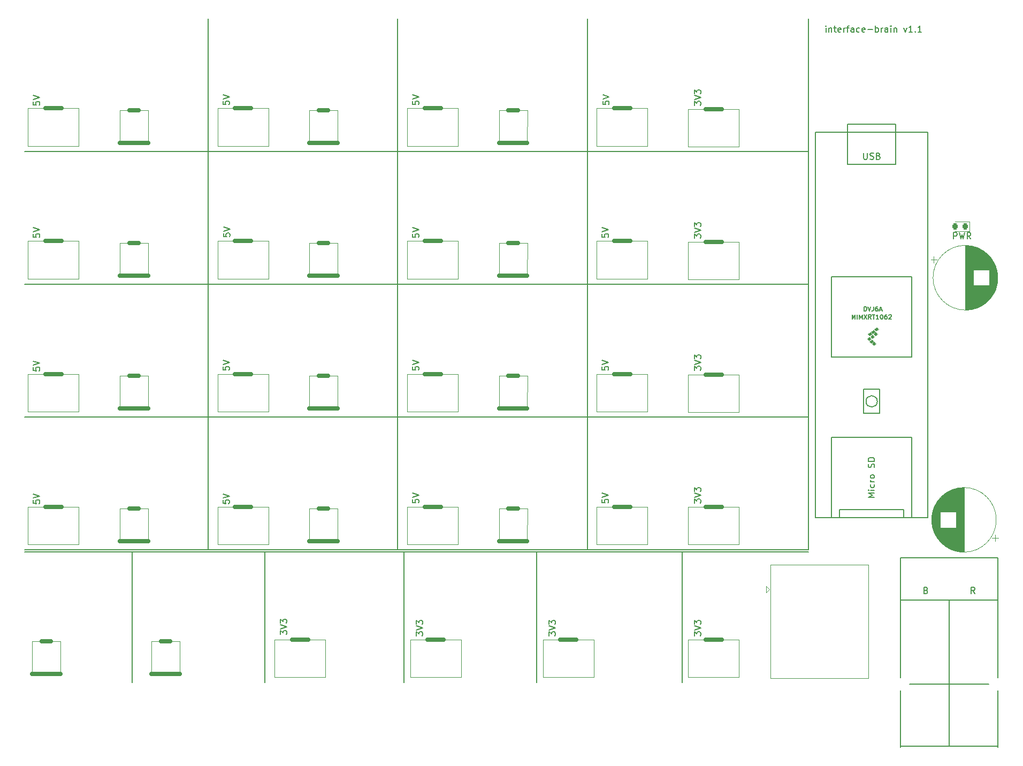
<source format=gto>
%TF.GenerationSoftware,KiCad,Pcbnew,6.0.5-a6ca702e91~116~ubuntu20.04.1*%
%TF.CreationDate,2022-06-23T19:27:38-06:00*%
%TF.ProjectId,interface-brain,696e7465-7266-4616-9365-2d627261696e,rev?*%
%TF.SameCoordinates,Original*%
%TF.FileFunction,Legend,Top*%
%TF.FilePolarity,Positive*%
%FSLAX46Y46*%
G04 Gerber Fmt 4.6, Leading zero omitted, Abs format (unit mm)*
G04 Created by KiCad (PCBNEW 6.0.5-a6ca702e91~116~ubuntu20.04.1) date 2022-06-23 19:27:38*
%MOMM*%
%LPD*%
G01*
G04 APERTURE LIST*
G04 Aperture macros list*
%AMRoundRect*
0 Rectangle with rounded corners*
0 $1 Rounding radius*
0 $2 $3 $4 $5 $6 $7 $8 $9 X,Y pos of 4 corners*
0 Add a 4 corners polygon primitive as box body*
4,1,4,$2,$3,$4,$5,$6,$7,$8,$9,$2,$3,0*
0 Add four circle primitives for the rounded corners*
1,1,$1+$1,$2,$3*
1,1,$1+$1,$4,$5*
1,1,$1+$1,$6,$7*
1,1,$1+$1,$8,$9*
0 Add four rect primitives between the rounded corners*
20,1,$1+$1,$2,$3,$4,$5,0*
20,1,$1+$1,$4,$5,$6,$7,0*
20,1,$1+$1,$6,$7,$8,$9,0*
20,1,$1+$1,$8,$9,$2,$3,0*%
G04 Aperture macros list end*
%ADD10C,0.150000*%
%ADD11C,0.120000*%
%ADD12C,0.650000*%
%ADD13C,0.100000*%
%ADD14R,2.000000X2.000000*%
%ADD15C,2.000000*%
%ADD16R,1.700000X1.700000*%
%ADD17O,1.700000X1.700000*%
%ADD18C,3.200000*%
%ADD19R,1.600000X1.600000*%
%ADD20C,1.600000*%
%ADD21R,1.500000X1.500000*%
%ADD22C,1.500000*%
%ADD23O,6.030000X2.070000*%
%ADD24RoundRect,0.218750X0.218750X0.256250X-0.218750X0.256250X-0.218750X-0.256250X0.218750X-0.256250X0*%
G04 APERTURE END LIST*
D10*
X23000000Y-60000000D02*
X147000000Y-60000000D01*
X104000000Y-123000000D02*
X104000000Y-102400000D01*
X61000000Y-123000000D02*
X61000000Y-102400000D01*
X127000000Y-123000000D02*
X127000000Y-102400000D01*
X147000000Y-102000000D02*
X23000000Y-102000000D01*
X23000000Y-81000000D02*
X147000000Y-81000000D01*
X23000000Y-102400000D02*
X147000000Y-102400000D01*
X52000000Y-18000000D02*
X52000000Y-102000000D01*
X82000000Y-102000000D02*
X82000000Y-18000000D01*
X40000000Y-123000000D02*
X40000000Y-102400000D01*
X23000000Y-39000000D02*
X147000000Y-39000000D01*
X112000000Y-102000000D02*
X112000000Y-18000000D01*
X83000000Y-123000000D02*
X83000000Y-102400000D01*
X147000000Y-18000000D02*
X147000000Y-102000000D01*
X24352380Y-73190476D02*
X24352380Y-73666666D01*
X24828571Y-73714285D01*
X24780952Y-73666666D01*
X24733333Y-73571428D01*
X24733333Y-73333333D01*
X24780952Y-73238095D01*
X24828571Y-73190476D01*
X24923809Y-73142857D01*
X25161904Y-73142857D01*
X25257142Y-73190476D01*
X25304761Y-73238095D01*
X25352380Y-73333333D01*
X25352380Y-73571428D01*
X25304761Y-73666666D01*
X25257142Y-73714285D01*
X24352380Y-72857142D02*
X25352380Y-72523809D01*
X24352380Y-72190476D01*
X128952380Y-94638095D02*
X128952380Y-94019047D01*
X129333333Y-94352380D01*
X129333333Y-94209523D01*
X129380952Y-94114285D01*
X129428571Y-94066666D01*
X129523809Y-94019047D01*
X129761904Y-94019047D01*
X129857142Y-94066666D01*
X129904761Y-94114285D01*
X129952380Y-94209523D01*
X129952380Y-94495238D01*
X129904761Y-94590476D01*
X129857142Y-94638095D01*
X128952380Y-93733333D02*
X129952380Y-93400000D01*
X128952380Y-93066666D01*
X128952380Y-92828571D02*
X128952380Y-92209523D01*
X129333333Y-92542857D01*
X129333333Y-92400000D01*
X129380952Y-92304761D01*
X129428571Y-92257142D01*
X129523809Y-92209523D01*
X129761904Y-92209523D01*
X129857142Y-92257142D01*
X129904761Y-92304761D01*
X129952380Y-92400000D01*
X129952380Y-92685714D01*
X129904761Y-92780952D01*
X129857142Y-92828571D01*
X149752380Y-20152380D02*
X149752380Y-19485714D01*
X149752380Y-19152380D02*
X149704761Y-19200000D01*
X149752380Y-19247619D01*
X149800000Y-19200000D01*
X149752380Y-19152380D01*
X149752380Y-19247619D01*
X150228571Y-19485714D02*
X150228571Y-20152380D01*
X150228571Y-19580952D02*
X150276190Y-19533333D01*
X150371428Y-19485714D01*
X150514285Y-19485714D01*
X150609523Y-19533333D01*
X150657142Y-19628571D01*
X150657142Y-20152380D01*
X150990476Y-19485714D02*
X151371428Y-19485714D01*
X151133333Y-19152380D02*
X151133333Y-20009523D01*
X151180952Y-20104761D01*
X151276190Y-20152380D01*
X151371428Y-20152380D01*
X152085714Y-20104761D02*
X151990476Y-20152380D01*
X151800000Y-20152380D01*
X151704761Y-20104761D01*
X151657142Y-20009523D01*
X151657142Y-19628571D01*
X151704761Y-19533333D01*
X151800000Y-19485714D01*
X151990476Y-19485714D01*
X152085714Y-19533333D01*
X152133333Y-19628571D01*
X152133333Y-19723809D01*
X151657142Y-19819047D01*
X152561904Y-20152380D02*
X152561904Y-19485714D01*
X152561904Y-19676190D02*
X152609523Y-19580952D01*
X152657142Y-19533333D01*
X152752380Y-19485714D01*
X152847619Y-19485714D01*
X153038095Y-19485714D02*
X153419047Y-19485714D01*
X153180952Y-20152380D02*
X153180952Y-19295238D01*
X153228571Y-19200000D01*
X153323809Y-19152380D01*
X153419047Y-19152380D01*
X154180952Y-20152380D02*
X154180952Y-19628571D01*
X154133333Y-19533333D01*
X154038095Y-19485714D01*
X153847619Y-19485714D01*
X153752380Y-19533333D01*
X154180952Y-20104761D02*
X154085714Y-20152380D01*
X153847619Y-20152380D01*
X153752380Y-20104761D01*
X153704761Y-20009523D01*
X153704761Y-19914285D01*
X153752380Y-19819047D01*
X153847619Y-19771428D01*
X154085714Y-19771428D01*
X154180952Y-19723809D01*
X155085714Y-20104761D02*
X154990476Y-20152380D01*
X154800000Y-20152380D01*
X154704761Y-20104761D01*
X154657142Y-20057142D01*
X154609523Y-19961904D01*
X154609523Y-19676190D01*
X154657142Y-19580952D01*
X154704761Y-19533333D01*
X154800000Y-19485714D01*
X154990476Y-19485714D01*
X155085714Y-19533333D01*
X155895238Y-20104761D02*
X155800000Y-20152380D01*
X155609523Y-20152380D01*
X155514285Y-20104761D01*
X155466666Y-20009523D01*
X155466666Y-19628571D01*
X155514285Y-19533333D01*
X155609523Y-19485714D01*
X155800000Y-19485714D01*
X155895238Y-19533333D01*
X155942857Y-19628571D01*
X155942857Y-19723809D01*
X155466666Y-19819047D01*
X156371428Y-19771428D02*
X157133333Y-19771428D01*
X157609523Y-20152380D02*
X157609523Y-19152380D01*
X157609523Y-19533333D02*
X157704761Y-19485714D01*
X157895238Y-19485714D01*
X157990476Y-19533333D01*
X158038095Y-19580952D01*
X158085714Y-19676190D01*
X158085714Y-19961904D01*
X158038095Y-20057142D01*
X157990476Y-20104761D01*
X157895238Y-20152380D01*
X157704761Y-20152380D01*
X157609523Y-20104761D01*
X158514285Y-20152380D02*
X158514285Y-19485714D01*
X158514285Y-19676190D02*
X158561904Y-19580952D01*
X158609523Y-19533333D01*
X158704761Y-19485714D01*
X158800000Y-19485714D01*
X159561904Y-20152380D02*
X159561904Y-19628571D01*
X159514285Y-19533333D01*
X159419047Y-19485714D01*
X159228571Y-19485714D01*
X159133333Y-19533333D01*
X159561904Y-20104761D02*
X159466666Y-20152380D01*
X159228571Y-20152380D01*
X159133333Y-20104761D01*
X159085714Y-20009523D01*
X159085714Y-19914285D01*
X159133333Y-19819047D01*
X159228571Y-19771428D01*
X159466666Y-19771428D01*
X159561904Y-19723809D01*
X160038095Y-20152380D02*
X160038095Y-19485714D01*
X160038095Y-19152380D02*
X159990476Y-19200000D01*
X160038095Y-19247619D01*
X160085714Y-19200000D01*
X160038095Y-19152380D01*
X160038095Y-19247619D01*
X160514285Y-19485714D02*
X160514285Y-20152380D01*
X160514285Y-19580952D02*
X160561904Y-19533333D01*
X160657142Y-19485714D01*
X160800000Y-19485714D01*
X160895238Y-19533333D01*
X160942857Y-19628571D01*
X160942857Y-20152380D01*
X162085714Y-19485714D02*
X162323809Y-20152380D01*
X162561904Y-19485714D01*
X163466666Y-20152380D02*
X162895238Y-20152380D01*
X163180952Y-20152380D02*
X163180952Y-19152380D01*
X163085714Y-19295238D01*
X162990476Y-19390476D01*
X162895238Y-19438095D01*
X163895238Y-20057142D02*
X163942857Y-20104761D01*
X163895238Y-20152380D01*
X163847619Y-20104761D01*
X163895238Y-20057142D01*
X163895238Y-20152380D01*
X164895238Y-20152380D02*
X164323809Y-20152380D01*
X164609523Y-20152380D02*
X164609523Y-19152380D01*
X164514285Y-19295238D01*
X164419047Y-19390476D01*
X164323809Y-19438095D01*
X169966666Y-52852380D02*
X169966666Y-51852380D01*
X170347619Y-51852380D01*
X170442857Y-51900000D01*
X170490476Y-51947619D01*
X170538095Y-52042857D01*
X170538095Y-52185714D01*
X170490476Y-52280952D01*
X170442857Y-52328571D01*
X170347619Y-52376190D01*
X169966666Y-52376190D01*
X170871428Y-51852380D02*
X171109523Y-52852380D01*
X171300000Y-52138095D01*
X171490476Y-52852380D01*
X171728571Y-51852380D01*
X172680952Y-52852380D02*
X172347619Y-52376190D01*
X172109523Y-52852380D02*
X172109523Y-51852380D01*
X172490476Y-51852380D01*
X172585714Y-51900000D01*
X172633333Y-51947619D01*
X172680952Y-52042857D01*
X172680952Y-52185714D01*
X172633333Y-52280952D01*
X172585714Y-52328571D01*
X172490476Y-52376190D01*
X172109523Y-52376190D01*
X24352380Y-94190476D02*
X24352380Y-94666666D01*
X24828571Y-94714285D01*
X24780952Y-94666666D01*
X24733333Y-94571428D01*
X24733333Y-94333333D01*
X24780952Y-94238095D01*
X24828571Y-94190476D01*
X24923809Y-94142857D01*
X25161904Y-94142857D01*
X25257142Y-94190476D01*
X25304761Y-94238095D01*
X25352380Y-94333333D01*
X25352380Y-94571428D01*
X25304761Y-94666666D01*
X25257142Y-94714285D01*
X24352380Y-93857142D02*
X25352380Y-93523809D01*
X24352380Y-93190476D01*
X128952380Y-52738095D02*
X128952380Y-52119047D01*
X129333333Y-52452380D01*
X129333333Y-52309523D01*
X129380952Y-52214285D01*
X129428571Y-52166666D01*
X129523809Y-52119047D01*
X129761904Y-52119047D01*
X129857142Y-52166666D01*
X129904761Y-52214285D01*
X129952380Y-52309523D01*
X129952380Y-52595238D01*
X129904761Y-52690476D01*
X129857142Y-52738095D01*
X128952380Y-51833333D02*
X129952380Y-51500000D01*
X128952380Y-51166666D01*
X128952380Y-50928571D02*
X128952380Y-50309523D01*
X129333333Y-50642857D01*
X129333333Y-50500000D01*
X129380952Y-50404761D01*
X129428571Y-50357142D01*
X129523809Y-50309523D01*
X129761904Y-50309523D01*
X129857142Y-50357142D01*
X129904761Y-50404761D01*
X129952380Y-50500000D01*
X129952380Y-50785714D01*
X129904761Y-50880952D01*
X129857142Y-50928571D01*
X114352380Y-73090476D02*
X114352380Y-73566666D01*
X114828571Y-73614285D01*
X114780952Y-73566666D01*
X114733333Y-73471428D01*
X114733333Y-73233333D01*
X114780952Y-73138095D01*
X114828571Y-73090476D01*
X114923809Y-73042857D01*
X115161904Y-73042857D01*
X115257142Y-73090476D01*
X115304761Y-73138095D01*
X115352380Y-73233333D01*
X115352380Y-73471428D01*
X115304761Y-73566666D01*
X115257142Y-73614285D01*
X114352380Y-72757142D02*
X115352380Y-72423809D01*
X114352380Y-72090476D01*
X54352380Y-73090476D02*
X54352380Y-73566666D01*
X54828571Y-73614285D01*
X54780952Y-73566666D01*
X54733333Y-73471428D01*
X54733333Y-73233333D01*
X54780952Y-73138095D01*
X54828571Y-73090476D01*
X54923809Y-73042857D01*
X55161904Y-73042857D01*
X55257142Y-73090476D01*
X55304761Y-73138095D01*
X55352380Y-73233333D01*
X55352380Y-73471428D01*
X55304761Y-73566666D01*
X55257142Y-73614285D01*
X54352380Y-72757142D02*
X55352380Y-72423809D01*
X54352380Y-72090476D01*
X54452380Y-51990476D02*
X54452380Y-52466666D01*
X54928571Y-52514285D01*
X54880952Y-52466666D01*
X54833333Y-52371428D01*
X54833333Y-52133333D01*
X54880952Y-52038095D01*
X54928571Y-51990476D01*
X55023809Y-51942857D01*
X55261904Y-51942857D01*
X55357142Y-51990476D01*
X55404761Y-52038095D01*
X55452380Y-52133333D01*
X55452380Y-52371428D01*
X55404761Y-52466666D01*
X55357142Y-52514285D01*
X54452380Y-51657142D02*
X55452380Y-51323809D01*
X54452380Y-50990476D01*
X54352380Y-31090476D02*
X54352380Y-31566666D01*
X54828571Y-31614285D01*
X54780952Y-31566666D01*
X54733333Y-31471428D01*
X54733333Y-31233333D01*
X54780952Y-31138095D01*
X54828571Y-31090476D01*
X54923809Y-31042857D01*
X55161904Y-31042857D01*
X55257142Y-31090476D01*
X55304761Y-31138095D01*
X55352380Y-31233333D01*
X55352380Y-31471428D01*
X55304761Y-31566666D01*
X55257142Y-31614285D01*
X54352380Y-30757142D02*
X55352380Y-30423809D01*
X54352380Y-30090476D01*
X114452380Y-31090476D02*
X114452380Y-31566666D01*
X114928571Y-31614285D01*
X114880952Y-31566666D01*
X114833333Y-31471428D01*
X114833333Y-31233333D01*
X114880952Y-31138095D01*
X114928571Y-31090476D01*
X115023809Y-31042857D01*
X115261904Y-31042857D01*
X115357142Y-31090476D01*
X115404761Y-31138095D01*
X115452380Y-31233333D01*
X115452380Y-31471428D01*
X115404761Y-31566666D01*
X115357142Y-31614285D01*
X114452380Y-30757142D02*
X115452380Y-30423809D01*
X114452380Y-30090476D01*
X84352380Y-52090476D02*
X84352380Y-52566666D01*
X84828571Y-52614285D01*
X84780952Y-52566666D01*
X84733333Y-52471428D01*
X84733333Y-52233333D01*
X84780952Y-52138095D01*
X84828571Y-52090476D01*
X84923809Y-52042857D01*
X85161904Y-52042857D01*
X85257142Y-52090476D01*
X85304761Y-52138095D01*
X85352380Y-52233333D01*
X85352380Y-52471428D01*
X85304761Y-52566666D01*
X85257142Y-52614285D01*
X84352380Y-51757142D02*
X85352380Y-51423809D01*
X84352380Y-51090476D01*
X128952380Y-73638095D02*
X128952380Y-73019047D01*
X129333333Y-73352380D01*
X129333333Y-73209523D01*
X129380952Y-73114285D01*
X129428571Y-73066666D01*
X129523809Y-73019047D01*
X129761904Y-73019047D01*
X129857142Y-73066666D01*
X129904761Y-73114285D01*
X129952380Y-73209523D01*
X129952380Y-73495238D01*
X129904761Y-73590476D01*
X129857142Y-73638095D01*
X128952380Y-72733333D02*
X129952380Y-72400000D01*
X128952380Y-72066666D01*
X128952380Y-71828571D02*
X128952380Y-71209523D01*
X129333333Y-71542857D01*
X129333333Y-71400000D01*
X129380952Y-71304761D01*
X129428571Y-71257142D01*
X129523809Y-71209523D01*
X129761904Y-71209523D01*
X129857142Y-71257142D01*
X129904761Y-71304761D01*
X129952380Y-71400000D01*
X129952380Y-71685714D01*
X129904761Y-71780952D01*
X129857142Y-71828571D01*
X84352380Y-31090476D02*
X84352380Y-31566666D01*
X84828571Y-31614285D01*
X84780952Y-31566666D01*
X84733333Y-31471428D01*
X84733333Y-31233333D01*
X84780952Y-31138095D01*
X84828571Y-31090476D01*
X84923809Y-31042857D01*
X85161904Y-31042857D01*
X85257142Y-31090476D01*
X85304761Y-31138095D01*
X85352380Y-31233333D01*
X85352380Y-31471428D01*
X85304761Y-31566666D01*
X85257142Y-31614285D01*
X84352380Y-30757142D02*
X85352380Y-30423809D01*
X84352380Y-30090476D01*
X105952380Y-115638095D02*
X105952380Y-115019047D01*
X106333333Y-115352380D01*
X106333333Y-115209523D01*
X106380952Y-115114285D01*
X106428571Y-115066666D01*
X106523809Y-115019047D01*
X106761904Y-115019047D01*
X106857142Y-115066666D01*
X106904761Y-115114285D01*
X106952380Y-115209523D01*
X106952380Y-115495238D01*
X106904761Y-115590476D01*
X106857142Y-115638095D01*
X105952380Y-114733333D02*
X106952380Y-114400000D01*
X105952380Y-114066666D01*
X105952380Y-113828571D02*
X105952380Y-113209523D01*
X106333333Y-113542857D01*
X106333333Y-113400000D01*
X106380952Y-113304761D01*
X106428571Y-113257142D01*
X106523809Y-113209523D01*
X106761904Y-113209523D01*
X106857142Y-113257142D01*
X106904761Y-113304761D01*
X106952380Y-113400000D01*
X106952380Y-113685714D01*
X106904761Y-113780952D01*
X106857142Y-113828571D01*
X84952380Y-115638095D02*
X84952380Y-115019047D01*
X85333333Y-115352380D01*
X85333333Y-115209523D01*
X85380952Y-115114285D01*
X85428571Y-115066666D01*
X85523809Y-115019047D01*
X85761904Y-115019047D01*
X85857142Y-115066666D01*
X85904761Y-115114285D01*
X85952380Y-115209523D01*
X85952380Y-115495238D01*
X85904761Y-115590476D01*
X85857142Y-115638095D01*
X84952380Y-114733333D02*
X85952380Y-114400000D01*
X84952380Y-114066666D01*
X84952380Y-113828571D02*
X84952380Y-113209523D01*
X85333333Y-113542857D01*
X85333333Y-113400000D01*
X85380952Y-113304761D01*
X85428571Y-113257142D01*
X85523809Y-113209523D01*
X85761904Y-113209523D01*
X85857142Y-113257142D01*
X85904761Y-113304761D01*
X85952380Y-113400000D01*
X85952380Y-113685714D01*
X85904761Y-113780952D01*
X85857142Y-113828571D01*
X84352380Y-94090476D02*
X84352380Y-94566666D01*
X84828571Y-94614285D01*
X84780952Y-94566666D01*
X84733333Y-94471428D01*
X84733333Y-94233333D01*
X84780952Y-94138095D01*
X84828571Y-94090476D01*
X84923809Y-94042857D01*
X85161904Y-94042857D01*
X85257142Y-94090476D01*
X85304761Y-94138095D01*
X85352380Y-94233333D01*
X85352380Y-94471428D01*
X85304761Y-94566666D01*
X85257142Y-94614285D01*
X84352380Y-93757142D02*
X85352380Y-93423809D01*
X84352380Y-93090476D01*
X114352380Y-94090476D02*
X114352380Y-94566666D01*
X114828571Y-94614285D01*
X114780952Y-94566666D01*
X114733333Y-94471428D01*
X114733333Y-94233333D01*
X114780952Y-94138095D01*
X114828571Y-94090476D01*
X114923809Y-94042857D01*
X115161904Y-94042857D01*
X115257142Y-94090476D01*
X115304761Y-94138095D01*
X115352380Y-94233333D01*
X115352380Y-94471428D01*
X115304761Y-94566666D01*
X115257142Y-94614285D01*
X114352380Y-93757142D02*
X115352380Y-93423809D01*
X114352380Y-93090476D01*
X114352380Y-52090476D02*
X114352380Y-52566666D01*
X114828571Y-52614285D01*
X114780952Y-52566666D01*
X114733333Y-52471428D01*
X114733333Y-52233333D01*
X114780952Y-52138095D01*
X114828571Y-52090476D01*
X114923809Y-52042857D01*
X115161904Y-52042857D01*
X115257142Y-52090476D01*
X115304761Y-52138095D01*
X115352380Y-52233333D01*
X115352380Y-52471428D01*
X115304761Y-52566666D01*
X115257142Y-52614285D01*
X114352380Y-51757142D02*
X115352380Y-51423809D01*
X114352380Y-51090476D01*
X24352380Y-31190476D02*
X24352380Y-31666666D01*
X24828571Y-31714285D01*
X24780952Y-31666666D01*
X24733333Y-31571428D01*
X24733333Y-31333333D01*
X24780952Y-31238095D01*
X24828571Y-31190476D01*
X24923809Y-31142857D01*
X25161904Y-31142857D01*
X25257142Y-31190476D01*
X25304761Y-31238095D01*
X25352380Y-31333333D01*
X25352380Y-31571428D01*
X25304761Y-31666666D01*
X25257142Y-31714285D01*
X24352380Y-30857142D02*
X25352380Y-30523809D01*
X24352380Y-30190476D01*
X128952380Y-31738095D02*
X128952380Y-31119047D01*
X129333333Y-31452380D01*
X129333333Y-31309523D01*
X129380952Y-31214285D01*
X129428571Y-31166666D01*
X129523809Y-31119047D01*
X129761904Y-31119047D01*
X129857142Y-31166666D01*
X129904761Y-31214285D01*
X129952380Y-31309523D01*
X129952380Y-31595238D01*
X129904761Y-31690476D01*
X129857142Y-31738095D01*
X128952380Y-30833333D02*
X129952380Y-30500000D01*
X128952380Y-30166666D01*
X128952380Y-29928571D02*
X128952380Y-29309523D01*
X129333333Y-29642857D01*
X129333333Y-29500000D01*
X129380952Y-29404761D01*
X129428571Y-29357142D01*
X129523809Y-29309523D01*
X129761904Y-29309523D01*
X129857142Y-29357142D01*
X129904761Y-29404761D01*
X129952380Y-29500000D01*
X129952380Y-29785714D01*
X129904761Y-29880952D01*
X129857142Y-29928571D01*
X54352380Y-94190476D02*
X54352380Y-94666666D01*
X54828571Y-94714285D01*
X54780952Y-94666666D01*
X54733333Y-94571428D01*
X54733333Y-94333333D01*
X54780952Y-94238095D01*
X54828571Y-94190476D01*
X54923809Y-94142857D01*
X55161904Y-94142857D01*
X55257142Y-94190476D01*
X55304761Y-94238095D01*
X55352380Y-94333333D01*
X55352380Y-94571428D01*
X55304761Y-94666666D01*
X55257142Y-94714285D01*
X54352380Y-93857142D02*
X55352380Y-93523809D01*
X54352380Y-93190476D01*
X63452380Y-115438095D02*
X63452380Y-114819047D01*
X63833333Y-115152380D01*
X63833333Y-115009523D01*
X63880952Y-114914285D01*
X63928571Y-114866666D01*
X64023809Y-114819047D01*
X64261904Y-114819047D01*
X64357142Y-114866666D01*
X64404761Y-114914285D01*
X64452380Y-115009523D01*
X64452380Y-115295238D01*
X64404761Y-115390476D01*
X64357142Y-115438095D01*
X63452380Y-114533333D02*
X64452380Y-114200000D01*
X63452380Y-113866666D01*
X63452380Y-113628571D02*
X63452380Y-113009523D01*
X63833333Y-113342857D01*
X63833333Y-113200000D01*
X63880952Y-113104761D01*
X63928571Y-113057142D01*
X64023809Y-113009523D01*
X64261904Y-113009523D01*
X64357142Y-113057142D01*
X64404761Y-113104761D01*
X64452380Y-113200000D01*
X64452380Y-113485714D01*
X64404761Y-113580952D01*
X64357142Y-113628571D01*
X128952380Y-115638095D02*
X128952380Y-115019047D01*
X129333333Y-115352380D01*
X129333333Y-115209523D01*
X129380952Y-115114285D01*
X129428571Y-115066666D01*
X129523809Y-115019047D01*
X129761904Y-115019047D01*
X129857142Y-115066666D01*
X129904761Y-115114285D01*
X129952380Y-115209523D01*
X129952380Y-115495238D01*
X129904761Y-115590476D01*
X129857142Y-115638095D01*
X128952380Y-114733333D02*
X129952380Y-114400000D01*
X128952380Y-114066666D01*
X128952380Y-113828571D02*
X128952380Y-113209523D01*
X129333333Y-113542857D01*
X129333333Y-113400000D01*
X129380952Y-113304761D01*
X129428571Y-113257142D01*
X129523809Y-113209523D01*
X129761904Y-113209523D01*
X129857142Y-113257142D01*
X129904761Y-113304761D01*
X129952380Y-113400000D01*
X129952380Y-113685714D01*
X129904761Y-113780952D01*
X129857142Y-113828571D01*
X24352380Y-52090476D02*
X24352380Y-52566666D01*
X24828571Y-52614285D01*
X24780952Y-52566666D01*
X24733333Y-52471428D01*
X24733333Y-52233333D01*
X24780952Y-52138095D01*
X24828571Y-52090476D01*
X24923809Y-52042857D01*
X25161904Y-52042857D01*
X25257142Y-52090476D01*
X25304761Y-52138095D01*
X25352380Y-52233333D01*
X25352380Y-52471428D01*
X25304761Y-52566666D01*
X25257142Y-52614285D01*
X24352380Y-51757142D02*
X25352380Y-51423809D01*
X24352380Y-51090476D01*
X84352380Y-73090476D02*
X84352380Y-73566666D01*
X84828571Y-73614285D01*
X84780952Y-73566666D01*
X84733333Y-73471428D01*
X84733333Y-73233333D01*
X84780952Y-73138095D01*
X84828571Y-73090476D01*
X84923809Y-73042857D01*
X85161904Y-73042857D01*
X85257142Y-73090476D01*
X85304761Y-73138095D01*
X85352380Y-73233333D01*
X85352380Y-73471428D01*
X85304761Y-73566666D01*
X85257142Y-73614285D01*
X84352380Y-72757142D02*
X85352380Y-72423809D01*
X84352380Y-72090476D01*
%TO.C,U3*%
X155738095Y-39280349D02*
X155738095Y-40089873D01*
X155785714Y-40185111D01*
X155833333Y-40232730D01*
X155928571Y-40280349D01*
X156119047Y-40280349D01*
X156214285Y-40232730D01*
X156261904Y-40185111D01*
X156309523Y-40089873D01*
X156309523Y-39280349D01*
X156738095Y-40232730D02*
X156880952Y-40280349D01*
X157119047Y-40280349D01*
X157214285Y-40232730D01*
X157261904Y-40185111D01*
X157309523Y-40089873D01*
X157309523Y-39994635D01*
X157261904Y-39899397D01*
X157214285Y-39851778D01*
X157119047Y-39804159D01*
X156928571Y-39756540D01*
X156833333Y-39708921D01*
X156785714Y-39661302D01*
X156738095Y-39566064D01*
X156738095Y-39470826D01*
X156785714Y-39375588D01*
X156833333Y-39327969D01*
X156928571Y-39280349D01*
X157166666Y-39280349D01*
X157309523Y-39327969D01*
X158071428Y-39756540D02*
X158214285Y-39804159D01*
X158261904Y-39851778D01*
X158309523Y-39947016D01*
X158309523Y-40089873D01*
X158261904Y-40185111D01*
X158214285Y-40232730D01*
X158119047Y-40280349D01*
X157738095Y-40280349D01*
X157738095Y-39280349D01*
X158071428Y-39280349D01*
X158166666Y-39327969D01*
X158214285Y-39375588D01*
X158261904Y-39470826D01*
X158261904Y-39566064D01*
X158214285Y-39661302D01*
X158166666Y-39708921D01*
X158071428Y-39756540D01*
X157738095Y-39756540D01*
X155796666Y-64274635D02*
X155796666Y-63574635D01*
X155963333Y-63574635D01*
X156063333Y-63607969D01*
X156130000Y-63674635D01*
X156163333Y-63741302D01*
X156196666Y-63874635D01*
X156196666Y-63974635D01*
X156163333Y-64107969D01*
X156130000Y-64174635D01*
X156063333Y-64241302D01*
X155963333Y-64274635D01*
X155796666Y-64274635D01*
X156396666Y-63574635D02*
X156630000Y-64274635D01*
X156863333Y-63574635D01*
X157296666Y-63574635D02*
X157296666Y-64074635D01*
X157263333Y-64174635D01*
X157196666Y-64241302D01*
X157096666Y-64274635D01*
X157030000Y-64274635D01*
X157930000Y-63574635D02*
X157796666Y-63574635D01*
X157730000Y-63607969D01*
X157696666Y-63641302D01*
X157630000Y-63741302D01*
X157596666Y-63874635D01*
X157596666Y-64141302D01*
X157630000Y-64207969D01*
X157663333Y-64241302D01*
X157730000Y-64274635D01*
X157863333Y-64274635D01*
X157930000Y-64241302D01*
X157963333Y-64207969D01*
X157996666Y-64141302D01*
X157996666Y-63974635D01*
X157963333Y-63907969D01*
X157930000Y-63874635D01*
X157863333Y-63841302D01*
X157730000Y-63841302D01*
X157663333Y-63874635D01*
X157630000Y-63907969D01*
X157596666Y-63974635D01*
X158263333Y-64074635D02*
X158596666Y-64074635D01*
X158196666Y-64274635D02*
X158430000Y-63574635D01*
X158663333Y-64274635D01*
X157452380Y-93747016D02*
X156452380Y-93747016D01*
X157166666Y-93413683D01*
X156452380Y-93080349D01*
X157452380Y-93080349D01*
X157452380Y-92604159D02*
X156785714Y-92604159D01*
X156452380Y-92604159D02*
X156500000Y-92651778D01*
X156547619Y-92604159D01*
X156500000Y-92556540D01*
X156452380Y-92604159D01*
X156547619Y-92604159D01*
X157404761Y-91699397D02*
X157452380Y-91794635D01*
X157452380Y-91985111D01*
X157404761Y-92080349D01*
X157357142Y-92127969D01*
X157261904Y-92175588D01*
X156976190Y-92175588D01*
X156880952Y-92127969D01*
X156833333Y-92080349D01*
X156785714Y-91985111D01*
X156785714Y-91794635D01*
X156833333Y-91699397D01*
X157452380Y-91270826D02*
X156785714Y-91270826D01*
X156976190Y-91270826D02*
X156880952Y-91223207D01*
X156833333Y-91175588D01*
X156785714Y-91080349D01*
X156785714Y-90985111D01*
X157452380Y-90508921D02*
X157404761Y-90604159D01*
X157357142Y-90651778D01*
X157261904Y-90699397D01*
X156976190Y-90699397D01*
X156880952Y-90651778D01*
X156833333Y-90604159D01*
X156785714Y-90508921D01*
X156785714Y-90366064D01*
X156833333Y-90270826D01*
X156880952Y-90223207D01*
X156976190Y-90175588D01*
X157261904Y-90175588D01*
X157357142Y-90223207D01*
X157404761Y-90270826D01*
X157452380Y-90366064D01*
X157452380Y-90508921D01*
X157404761Y-89032730D02*
X157452380Y-88889873D01*
X157452380Y-88651778D01*
X157404761Y-88556540D01*
X157357142Y-88508921D01*
X157261904Y-88461302D01*
X157166666Y-88461302D01*
X157071428Y-88508921D01*
X157023809Y-88556540D01*
X156976190Y-88651778D01*
X156928571Y-88842254D01*
X156880952Y-88937492D01*
X156833333Y-88985111D01*
X156738095Y-89032730D01*
X156642857Y-89032730D01*
X156547619Y-88985111D01*
X156500000Y-88937492D01*
X156452380Y-88842254D01*
X156452380Y-88604159D01*
X156500000Y-88461302D01*
X157452380Y-88032730D02*
X156452380Y-88032730D01*
X156452380Y-87794635D01*
X156500000Y-87651778D01*
X156595238Y-87556540D01*
X156690476Y-87508921D01*
X156880952Y-87461302D01*
X157023809Y-87461302D01*
X157214285Y-87508921D01*
X157309523Y-87556540D01*
X157404761Y-87651778D01*
X157452380Y-87794635D01*
X157452380Y-88032730D01*
X153916666Y-65544635D02*
X153916666Y-64844635D01*
X154150000Y-65344635D01*
X154383333Y-64844635D01*
X154383333Y-65544635D01*
X154716666Y-65544635D02*
X154716666Y-64844635D01*
X155050000Y-65544635D02*
X155050000Y-64844635D01*
X155283333Y-65344635D01*
X155516666Y-64844635D01*
X155516666Y-65544635D01*
X155783333Y-64844635D02*
X156250000Y-65544635D01*
X156250000Y-64844635D02*
X155783333Y-65544635D01*
X156916666Y-65544635D02*
X156683333Y-65211302D01*
X156516666Y-65544635D02*
X156516666Y-64844635D01*
X156783333Y-64844635D01*
X156850000Y-64877969D01*
X156883333Y-64911302D01*
X156916666Y-64977969D01*
X156916666Y-65077969D01*
X156883333Y-65144635D01*
X156850000Y-65177969D01*
X156783333Y-65211302D01*
X156516666Y-65211302D01*
X157116666Y-64844635D02*
X157516666Y-64844635D01*
X157316666Y-65544635D02*
X157316666Y-64844635D01*
X158116666Y-65544635D02*
X157716666Y-65544635D01*
X157916666Y-65544635D02*
X157916666Y-64844635D01*
X157850000Y-64944635D01*
X157783333Y-65011302D01*
X157716666Y-65044635D01*
X158550000Y-64844635D02*
X158616666Y-64844635D01*
X158683333Y-64877969D01*
X158716666Y-64911302D01*
X158750000Y-64977969D01*
X158783333Y-65111302D01*
X158783333Y-65277969D01*
X158750000Y-65411302D01*
X158716666Y-65477969D01*
X158683333Y-65511302D01*
X158616666Y-65544635D01*
X158550000Y-65544635D01*
X158483333Y-65511302D01*
X158450000Y-65477969D01*
X158416666Y-65411302D01*
X158383333Y-65277969D01*
X158383333Y-65111302D01*
X158416666Y-64977969D01*
X158450000Y-64911302D01*
X158483333Y-64877969D01*
X158550000Y-64844635D01*
X159383333Y-64844635D02*
X159250000Y-64844635D01*
X159183333Y-64877969D01*
X159150000Y-64911302D01*
X159083333Y-65011302D01*
X159050000Y-65144635D01*
X159050000Y-65411302D01*
X159083333Y-65477969D01*
X159116666Y-65511302D01*
X159183333Y-65544635D01*
X159316666Y-65544635D01*
X159383333Y-65511302D01*
X159416666Y-65477969D01*
X159450000Y-65411302D01*
X159450000Y-65244635D01*
X159416666Y-65177969D01*
X159383333Y-65144635D01*
X159316666Y-65111302D01*
X159183333Y-65111302D01*
X159116666Y-65144635D01*
X159083333Y-65177969D01*
X159050000Y-65244635D01*
X159716666Y-64911302D02*
X159750000Y-64877969D01*
X159816666Y-64844635D01*
X159983333Y-64844635D01*
X160050000Y-64877969D01*
X160083333Y-64911302D01*
X160116666Y-64977969D01*
X160116666Y-65044635D01*
X160083333Y-65144635D01*
X159683333Y-65544635D01*
X160116666Y-65544635D01*
%TO.C,J1*%
X165598358Y-108453571D02*
X165741215Y-108501190D01*
X165788834Y-108548809D01*
X165836453Y-108644047D01*
X165836453Y-108786904D01*
X165788834Y-108882142D01*
X165741215Y-108929761D01*
X165645977Y-108977380D01*
X165265025Y-108977380D01*
X165265025Y-107977380D01*
X165598358Y-107977380D01*
X165693596Y-108025000D01*
X165741215Y-108072619D01*
X165788834Y-108167857D01*
X165788834Y-108263095D01*
X165741215Y-108358333D01*
X165693596Y-108405952D01*
X165598358Y-108453571D01*
X165265025Y-108453571D01*
X173336453Y-108977380D02*
X173003120Y-108501190D01*
X172765025Y-108977380D02*
X172765025Y-107977380D01*
X173145977Y-107977380D01*
X173241215Y-108025000D01*
X173288834Y-108072619D01*
X173336453Y-108167857D01*
X173336453Y-108310714D01*
X173288834Y-108405952D01*
X173241215Y-108453571D01*
X173145977Y-108501190D01*
X172765025Y-108501190D01*
D11*
%TO.C,C56*%
X175113323Y-55108000D02*
X175113323Y-57759000D01*
X173153323Y-60241000D02*
X173153323Y-63907000D01*
X174193323Y-60241000D02*
X174193323Y-63504000D01*
X175433323Y-60241000D02*
X175433323Y-62601000D01*
X173833323Y-60241000D02*
X173833323Y-63674000D01*
X174673323Y-60241000D02*
X174673323Y-63221000D01*
X176153323Y-56291000D02*
X176153323Y-61709000D01*
X174833323Y-60241000D02*
X174833323Y-63110000D01*
X175033323Y-60241000D02*
X175033323Y-62957000D01*
X172833323Y-54018000D02*
X172833323Y-63982000D01*
X175553323Y-55522000D02*
X175553323Y-57759000D01*
X176913323Y-58401000D02*
X176913323Y-59599000D01*
X166852677Y-55625000D02*
X166852677Y-56625000D01*
X176793323Y-57770000D02*
X176793323Y-60230000D01*
X175353323Y-55321000D02*
X175353323Y-57759000D01*
X175913323Y-55946000D02*
X175913323Y-62054000D01*
X175033323Y-55043000D02*
X175033323Y-57759000D01*
X175073323Y-60241000D02*
X175073323Y-62925000D01*
X174993323Y-60241000D02*
X174993323Y-62989000D01*
X172472323Y-53960000D02*
X172472323Y-64040000D01*
X173753323Y-54293000D02*
X173753323Y-57759000D01*
X173353323Y-60241000D02*
X173353323Y-63850000D01*
X175233323Y-60241000D02*
X175233323Y-62789000D01*
X173873323Y-60241000D02*
X173873323Y-63657000D01*
X173633323Y-60241000D02*
X173633323Y-63754000D01*
X175753323Y-55746000D02*
X175753323Y-62254000D01*
X174953323Y-54980000D02*
X174953323Y-57759000D01*
X173713323Y-60241000D02*
X173713323Y-63723000D01*
X174233323Y-60241000D02*
X174233323Y-63483000D01*
X174113323Y-60241000D02*
X174113323Y-63545000D01*
X173473323Y-54189000D02*
X173473323Y-57759000D01*
X175273323Y-60241000D02*
X175273323Y-62753000D01*
X172232323Y-53935000D02*
X172232323Y-64065000D01*
X172272323Y-53938000D02*
X172272323Y-64062000D01*
X174153323Y-60241000D02*
X174153323Y-63525000D01*
X172633323Y-53982000D02*
X172633323Y-64018000D01*
X176233323Y-56421000D02*
X176233323Y-61579000D01*
X174833323Y-54890000D02*
X174833323Y-57759000D01*
X173793323Y-60241000D02*
X173793323Y-63690000D01*
X173073323Y-54072000D02*
X173073323Y-63928000D01*
X174993323Y-55011000D02*
X174993323Y-57759000D01*
X172593323Y-53976000D02*
X172593323Y-64024000D01*
X174553323Y-54702000D02*
X174553323Y-57759000D01*
X174313323Y-60241000D02*
X174313323Y-63440000D01*
X173193323Y-54103000D02*
X173193323Y-57759000D01*
X172512323Y-53965000D02*
X172512323Y-64035000D01*
X175393323Y-60241000D02*
X175393323Y-62640000D01*
X175313323Y-60241000D02*
X175313323Y-62716000D01*
X175993323Y-56055000D02*
X175993323Y-61945000D01*
X175673323Y-55653000D02*
X175673323Y-62347000D01*
X173713323Y-54277000D02*
X173713323Y-57759000D01*
X173393323Y-60241000D02*
X173393323Y-63837000D01*
X173953323Y-60241000D02*
X173953323Y-63621000D01*
X173873323Y-54343000D02*
X173873323Y-57759000D01*
X172112323Y-53927000D02*
X172112323Y-64073000D01*
X172392323Y-53950000D02*
X172392323Y-64050000D01*
X174873323Y-60241000D02*
X174873323Y-63080000D01*
X176633323Y-57258000D02*
X176633323Y-60742000D01*
X176393323Y-56711000D02*
X176393323Y-61289000D01*
X175153323Y-60241000D02*
X175153323Y-62858000D01*
X172152323Y-53930000D02*
X172152323Y-64070000D01*
X172793323Y-54010000D02*
X172793323Y-63990000D01*
X174153323Y-54475000D02*
X174153323Y-57759000D01*
X175593323Y-55564000D02*
X175593323Y-62436000D01*
X176713323Y-57490000D02*
X176713323Y-60510000D01*
X172032323Y-53923000D02*
X172032323Y-64077000D01*
X172312323Y-53942000D02*
X172312323Y-64058000D01*
X172913323Y-54035000D02*
X172913323Y-63965000D01*
X173233323Y-60241000D02*
X173233323Y-63885000D01*
X173313323Y-60241000D02*
X173313323Y-63862000D01*
X174633323Y-60241000D02*
X174633323Y-63247000D01*
X174913323Y-54950000D02*
X174913323Y-57759000D01*
X176753323Y-57622000D02*
X176753323Y-60378000D01*
X174033323Y-60241000D02*
X174033323Y-63584000D01*
X171992323Y-53922000D02*
X171992323Y-64078000D01*
X173953323Y-54379000D02*
X173953323Y-57759000D01*
X176833323Y-57938000D02*
X176833323Y-60062000D01*
X173913323Y-60241000D02*
X173913323Y-63639000D01*
X174913323Y-60241000D02*
X174913323Y-63050000D01*
X173553323Y-60241000D02*
X173553323Y-63783000D01*
X174273323Y-60241000D02*
X174273323Y-63462000D01*
X173673323Y-54262000D02*
X173673323Y-57759000D01*
X172192323Y-53932000D02*
X172192323Y-64068000D01*
X175353323Y-60241000D02*
X175353323Y-62679000D01*
X173113323Y-60241000D02*
X173113323Y-63918000D01*
X175193323Y-60241000D02*
X175193323Y-62824000D01*
X176033323Y-56111000D02*
X176033323Y-61889000D01*
X175313323Y-55284000D02*
X175313323Y-57759000D01*
X171832323Y-53920000D02*
X171832323Y-64080000D01*
X174873323Y-54920000D02*
X174873323Y-57759000D01*
X174593323Y-60241000D02*
X174593323Y-63273000D01*
X176273323Y-56490000D02*
X176273323Y-61510000D01*
X176113323Y-56230000D02*
X176113323Y-61770000D01*
X174713323Y-60241000D02*
X174713323Y-63194000D01*
X174273323Y-54538000D02*
X174273323Y-57759000D01*
X173993323Y-54397000D02*
X173993323Y-57759000D01*
X172873323Y-54026000D02*
X172873323Y-63974000D01*
X173153323Y-54093000D02*
X173153323Y-57759000D01*
X173113323Y-54082000D02*
X173113323Y-57759000D01*
X173433323Y-60241000D02*
X173433323Y-63824000D01*
X173593323Y-54232000D02*
X173593323Y-57759000D01*
X172673323Y-53989000D02*
X172673323Y-64011000D01*
X175233323Y-55211000D02*
X175233323Y-57759000D01*
X174353323Y-60241000D02*
X174353323Y-63417000D01*
X175113323Y-60241000D02*
X175113323Y-62892000D01*
X176433323Y-56791000D02*
X176433323Y-61209000D01*
X175473323Y-55439000D02*
X175473323Y-57759000D01*
X176353323Y-56635000D02*
X176353323Y-61365000D01*
X174313323Y-54560000D02*
X174313323Y-57759000D01*
X173433323Y-54176000D02*
X173433323Y-57759000D01*
X176513323Y-56963000D02*
X176513323Y-61037000D01*
X175393323Y-55360000D02*
X175393323Y-57759000D01*
X175513323Y-55480000D02*
X175513323Y-57759000D01*
X173273323Y-60241000D02*
X173273323Y-63874000D01*
X175513323Y-60241000D02*
X175513323Y-62520000D01*
X173633323Y-54246000D02*
X173633323Y-57759000D01*
X176873323Y-58138000D02*
X176873323Y-59862000D01*
X175073323Y-55075000D02*
X175073323Y-57759000D01*
X176473323Y-56875000D02*
X176473323Y-61125000D01*
X176673323Y-57370000D02*
X176673323Y-60630000D01*
X173313323Y-54138000D02*
X173313323Y-57759000D01*
X174633323Y-54753000D02*
X174633323Y-57759000D01*
X175473323Y-60241000D02*
X175473323Y-62561000D01*
X173513323Y-54203000D02*
X173513323Y-57759000D01*
X175193323Y-55176000D02*
X175193323Y-57759000D01*
X175873323Y-55894000D02*
X175873323Y-62106000D01*
X173353323Y-54150000D02*
X173353323Y-57759000D01*
X174433323Y-60241000D02*
X174433323Y-63371000D01*
X172953323Y-54044000D02*
X172953323Y-63956000D01*
X173273323Y-54126000D02*
X173273323Y-57759000D01*
X174793323Y-54862000D02*
X174793323Y-57759000D01*
X174393323Y-54605000D02*
X174393323Y-57759000D01*
X174953323Y-60241000D02*
X174953323Y-63020000D01*
X174073323Y-54436000D02*
X174073323Y-57759000D01*
X174473323Y-60241000D02*
X174473323Y-63347000D01*
X174553323Y-60241000D02*
X174553323Y-63298000D01*
X175953323Y-56000000D02*
X175953323Y-62000000D01*
X174753323Y-54834000D02*
X174753323Y-57759000D01*
X173793323Y-54310000D02*
X173793323Y-57759000D01*
X173553323Y-54217000D02*
X173553323Y-57759000D01*
X175793323Y-55794000D02*
X175793323Y-62206000D01*
X171952323Y-53921000D02*
X171952323Y-64079000D01*
X172993323Y-54053000D02*
X172993323Y-63947000D01*
X173673323Y-60241000D02*
X173673323Y-63738000D01*
X174353323Y-54583000D02*
X174353323Y-57759000D01*
X166352677Y-56125000D02*
X167352677Y-56125000D01*
X174113323Y-54455000D02*
X174113323Y-57759000D01*
X172553323Y-53970000D02*
X172553323Y-64030000D01*
X174193323Y-54496000D02*
X174193323Y-57759000D01*
X173233323Y-54115000D02*
X173233323Y-57759000D01*
X171912323Y-53920000D02*
X171912323Y-64080000D01*
X175153323Y-55142000D02*
X175153323Y-57759000D01*
X174673323Y-54779000D02*
X174673323Y-57759000D01*
X172352323Y-53946000D02*
X172352323Y-64054000D01*
X173033323Y-54062000D02*
X173033323Y-63938000D01*
X175433323Y-55399000D02*
X175433323Y-57759000D01*
X173833323Y-54326000D02*
X173833323Y-57759000D01*
X174593323Y-54727000D02*
X174593323Y-57759000D01*
X173393323Y-54163000D02*
X173393323Y-57759000D01*
X174753323Y-60241000D02*
X174753323Y-63166000D01*
X173593323Y-60241000D02*
X173593323Y-63768000D01*
X176593323Y-57154000D02*
X176593323Y-60846000D01*
X173913323Y-54361000D02*
X173913323Y-57759000D01*
X175713323Y-55699000D02*
X175713323Y-62301000D01*
X174713323Y-54806000D02*
X174713323Y-57759000D01*
X175633323Y-55608000D02*
X175633323Y-62392000D01*
X174033323Y-54416000D02*
X174033323Y-57759000D01*
X175553323Y-60241000D02*
X175553323Y-62478000D01*
X173753323Y-60241000D02*
X173753323Y-63707000D01*
X172072323Y-53925000D02*
X172072323Y-64075000D01*
X174233323Y-54517000D02*
X174233323Y-57759000D01*
X175833323Y-55844000D02*
X175833323Y-62156000D01*
X174793323Y-60241000D02*
X174793323Y-63138000D01*
X174073323Y-60241000D02*
X174073323Y-63564000D01*
X174393323Y-60241000D02*
X174393323Y-63395000D01*
X176193323Y-56355000D02*
X176193323Y-61645000D01*
X173193323Y-60241000D02*
X173193323Y-63897000D01*
X172713323Y-53996000D02*
X172713323Y-64004000D01*
X173993323Y-60241000D02*
X173993323Y-63603000D01*
X174433323Y-54629000D02*
X174433323Y-57759000D01*
X174473323Y-54653000D02*
X174473323Y-57759000D01*
X175273323Y-55247000D02*
X175273323Y-57759000D01*
X176553323Y-57056000D02*
X176553323Y-60944000D01*
X174513323Y-60241000D02*
X174513323Y-63323000D01*
X172432323Y-53955000D02*
X172432323Y-64045000D01*
X172753323Y-54003000D02*
X172753323Y-63997000D01*
X174513323Y-54677000D02*
X174513323Y-57759000D01*
X173513323Y-60241000D02*
X173513323Y-63797000D01*
X173473323Y-60241000D02*
X173473323Y-63811000D01*
X176313323Y-56561000D02*
X176313323Y-61439000D01*
X176073323Y-56170000D02*
X176073323Y-61830000D01*
X171872323Y-53920000D02*
X171872323Y-64080000D01*
X176952323Y-59000000D02*
G75*
G03*
X176952323Y-59000000I-5120000J0D01*
G01*
D12*
%TO.C,J8*%
X58810000Y-74220000D02*
X56270000Y-74220000D01*
D11*
X53500000Y-80160000D02*
X61550000Y-80160000D01*
X61550000Y-80160000D02*
X61550000Y-74220000D01*
X61550000Y-74220000D02*
X53500000Y-74220000D01*
X53500000Y-74220000D02*
X53500000Y-80160000D01*
D12*
%TO.C,J25*%
X133285000Y-95220000D02*
X130745000Y-95220000D01*
D11*
X127975000Y-101160000D02*
X136025000Y-101160000D01*
X136025000Y-101160000D02*
X136025000Y-95220000D01*
X136025000Y-95220000D02*
X127975000Y-95220000D01*
X127975000Y-95220000D02*
X127975000Y-101160000D01*
D12*
%TO.C,J29*%
X69530000Y-95500000D02*
X71010000Y-95500000D01*
D11*
X72500000Y-100700000D02*
X72510000Y-95500000D01*
X68030000Y-100700000D02*
X68030000Y-95500000D01*
D12*
X68030000Y-100700000D02*
X72500000Y-100700000D01*
D11*
X68030000Y-95500000D02*
X72510000Y-95500000D01*
D12*
%TO.C,J19*%
X38030000Y-58700000D02*
X42500000Y-58700000D01*
D11*
X38030000Y-53500000D02*
X42510000Y-53500000D01*
X38030000Y-58700000D02*
X38030000Y-53500000D01*
D12*
X39530000Y-53500000D02*
X41010000Y-53500000D01*
D11*
X42500000Y-58700000D02*
X42510000Y-53500000D01*
D12*
%TO.C,J13*%
X88810000Y-95220000D02*
X86270000Y-95220000D01*
D11*
X83500000Y-101160000D02*
X91550000Y-101160000D01*
X91550000Y-101160000D02*
X91550000Y-95220000D01*
X91550000Y-95220000D02*
X83500000Y-95220000D01*
X83500000Y-95220000D02*
X83500000Y-101160000D01*
D12*
%TO.C,J31*%
X89285000Y-116220000D02*
X86745000Y-116220000D01*
D11*
X83975000Y-122160000D02*
X92025000Y-122160000D01*
X92025000Y-122160000D02*
X92025000Y-116220000D01*
X92025000Y-116220000D02*
X83975000Y-116220000D01*
X83975000Y-116220000D02*
X83975000Y-122160000D01*
D12*
%TO.C,J11*%
X88810000Y-53220000D02*
X86270000Y-53220000D01*
D11*
X83500000Y-59160000D02*
X91550000Y-59160000D01*
X91550000Y-59160000D02*
X91550000Y-53220000D01*
X91550000Y-53220000D02*
X83500000Y-53220000D01*
X83500000Y-53220000D02*
X83500000Y-59160000D01*
D12*
%TO.C,J35*%
X99530000Y-53500000D02*
X101010000Y-53500000D01*
D11*
X98030000Y-58700000D02*
X98030000Y-53500000D01*
D12*
X98030000Y-58700000D02*
X102500000Y-58700000D01*
D11*
X98030000Y-53500000D02*
X102510000Y-53500000D01*
X102500000Y-58700000D02*
X102510000Y-53500000D01*
D12*
%TO.C,J10*%
X88810000Y-32220000D02*
X86270000Y-32220000D01*
D11*
X83500000Y-38160000D02*
X91550000Y-38160000D01*
X91550000Y-38160000D02*
X91550000Y-32220000D01*
X91550000Y-32220000D02*
X83500000Y-32220000D01*
X83500000Y-32220000D02*
X83500000Y-38160000D01*
D12*
%TO.C,J6*%
X58810000Y-32220000D02*
X56270000Y-32220000D01*
D11*
X53500000Y-38160000D02*
X61550000Y-38160000D01*
X61550000Y-38160000D02*
X61550000Y-32220000D01*
X61550000Y-32220000D02*
X53500000Y-32220000D01*
X53500000Y-32220000D02*
X53500000Y-38160000D01*
D12*
%TO.C,J16*%
X118810000Y-74220000D02*
X116270000Y-74220000D01*
D11*
X113500000Y-80160000D02*
X121550000Y-80160000D01*
X121550000Y-80160000D02*
X121550000Y-74220000D01*
X121550000Y-74220000D02*
X113500000Y-74220000D01*
X113500000Y-74220000D02*
X113500000Y-80160000D01*
%TO.C,J26*%
X68030000Y-37700000D02*
X68030000Y-32500000D01*
D12*
X68030000Y-37700000D02*
X72500000Y-37700000D01*
X69530000Y-32500000D02*
X71010000Y-32500000D01*
D11*
X68030000Y-32500000D02*
X72510000Y-32500000D01*
X72500000Y-37700000D02*
X72510000Y-32500000D01*
%TO.C,J20*%
X38030000Y-74500000D02*
X42510000Y-74500000D01*
D12*
X38030000Y-79700000D02*
X42500000Y-79700000D01*
D11*
X38030000Y-79700000D02*
X38030000Y-74500000D01*
X42500000Y-79700000D02*
X42510000Y-74500000D01*
D12*
X39530000Y-74500000D02*
X41010000Y-74500000D01*
%TO.C,J30*%
X67810000Y-116220000D02*
X65270000Y-116220000D01*
D11*
X62500000Y-122160000D02*
X70550000Y-122160000D01*
X70550000Y-122160000D02*
X70550000Y-116220000D01*
X70550000Y-116220000D02*
X62500000Y-116220000D01*
X62500000Y-116220000D02*
X62500000Y-122160000D01*
D12*
%TO.C,J4*%
X28810000Y-74220000D02*
X26270000Y-74220000D01*
D11*
X23500000Y-80160000D02*
X31550000Y-80160000D01*
X31550000Y-80160000D02*
X31550000Y-74220000D01*
X31550000Y-74220000D02*
X23500000Y-74220000D01*
X23500000Y-74220000D02*
X23500000Y-80160000D01*
D12*
%TO.C,J17*%
X118810000Y-95220000D02*
X116270000Y-95220000D01*
D11*
X113500000Y-101160000D02*
X121550000Y-101160000D01*
X121550000Y-101160000D02*
X121550000Y-95220000D01*
X121550000Y-95220000D02*
X113500000Y-95220000D01*
X113500000Y-95220000D02*
X113500000Y-101160000D01*
D12*
%TO.C,J7*%
X58810000Y-53220000D02*
X56270000Y-53220000D01*
D11*
X53500000Y-59160000D02*
X61550000Y-59160000D01*
X61550000Y-59160000D02*
X61550000Y-53220000D01*
X61550000Y-53220000D02*
X53500000Y-53220000D01*
X53500000Y-53220000D02*
X53500000Y-59160000D01*
D10*
%TO.C,U3*%
X165890000Y-36017969D02*
X165890000Y-96977969D01*
X150650000Y-84277969D02*
X150650000Y-96977969D01*
X163350000Y-71577969D02*
X163350000Y-58877969D01*
X165890000Y-96977969D02*
X148110000Y-96977969D01*
X162080000Y-95707969D02*
X151920000Y-95707969D01*
X155730000Y-80467969D02*
X155730000Y-76657969D01*
X162080000Y-96977969D02*
X162080000Y-95707969D01*
X150650000Y-71577969D02*
X163350000Y-71577969D01*
X163350000Y-96977969D02*
X163350000Y-84277969D01*
X153190000Y-41097969D02*
X160810000Y-41097969D01*
X160810000Y-41097969D02*
X160810000Y-36017969D01*
X153190000Y-41097969D02*
X153190000Y-36017969D01*
X153190000Y-34747969D02*
X160810000Y-34747969D01*
X158270000Y-76657969D02*
X158270000Y-80467969D01*
X153190000Y-36017969D02*
X153190000Y-34747969D01*
X148110000Y-36017969D02*
X165890000Y-36017969D01*
X163350000Y-84277969D02*
X150650000Y-84277969D01*
X151920000Y-95707969D02*
X151920000Y-96977969D01*
X150650000Y-58877969D02*
X150650000Y-71577969D01*
X160810000Y-34747969D02*
X160810000Y-36017969D01*
X155730000Y-76657969D02*
X158270000Y-76657969D01*
X163350000Y-58877969D02*
X150650000Y-58877969D01*
X148110000Y-96977969D02*
X148110000Y-36017969D01*
X158270000Y-80467969D02*
X155730000Y-80467969D01*
X157898026Y-78562969D02*
G75*
G03*
X157898026Y-78562969I-898026J0D01*
G01*
G36*
X158069000Y-67154969D02*
G01*
X157688000Y-67408969D01*
X157434000Y-67154969D01*
X157815000Y-66900969D01*
X158069000Y-67154969D01*
G37*
D13*
X158069000Y-67154969D02*
X157688000Y-67408969D01*
X157434000Y-67154969D01*
X157815000Y-66900969D01*
X158069000Y-67154969D01*
G36*
X156926000Y-68678969D02*
G01*
X156545000Y-68932969D01*
X156291000Y-68678969D01*
X156672000Y-68424969D01*
X156926000Y-68678969D01*
G37*
X156926000Y-68678969D02*
X156545000Y-68932969D01*
X156291000Y-68678969D01*
X156672000Y-68424969D01*
X156926000Y-68678969D01*
G36*
X157434000Y-68297969D02*
G01*
X157053000Y-68551969D01*
X156799000Y-68297969D01*
X157180000Y-68043969D01*
X157434000Y-68297969D01*
G37*
X157434000Y-68297969D02*
X157053000Y-68551969D01*
X156799000Y-68297969D01*
X157180000Y-68043969D01*
X157434000Y-68297969D01*
G36*
X157561000Y-67535969D02*
G01*
X157180000Y-67789969D01*
X156926000Y-67535969D01*
X157307000Y-67281969D01*
X157561000Y-67535969D01*
G37*
X157561000Y-67535969D02*
X157180000Y-67789969D01*
X156926000Y-67535969D01*
X157307000Y-67281969D01*
X157561000Y-67535969D01*
G36*
X157688000Y-69440969D02*
G01*
X157307000Y-69694969D01*
X157053000Y-69440969D01*
X157434000Y-69186969D01*
X157688000Y-69440969D01*
G37*
X157688000Y-69440969D02*
X157307000Y-69694969D01*
X157053000Y-69440969D01*
X157434000Y-69186969D01*
X157688000Y-69440969D01*
G36*
X157942000Y-67916969D02*
G01*
X157561000Y-68170969D01*
X157307000Y-67916969D01*
X157688000Y-67662969D01*
X157942000Y-67916969D01*
G37*
X157942000Y-67916969D02*
X157561000Y-68170969D01*
X157307000Y-67916969D01*
X157688000Y-67662969D01*
X157942000Y-67916969D01*
G36*
X157307000Y-69059969D02*
G01*
X156926000Y-69313969D01*
X156672000Y-69059969D01*
X157053000Y-68805969D01*
X157307000Y-69059969D01*
G37*
X157307000Y-69059969D02*
X156926000Y-69313969D01*
X156672000Y-69059969D01*
X157053000Y-68805969D01*
X157307000Y-69059969D01*
G36*
X157053000Y-67916969D02*
G01*
X156672000Y-68170969D01*
X156418000Y-67916969D01*
X156799000Y-67662969D01*
X157053000Y-67916969D01*
G37*
X157053000Y-67916969D02*
X156672000Y-68170969D01*
X156418000Y-67916969D01*
X156799000Y-67662969D01*
X157053000Y-67916969D01*
D12*
%TO.C,J27*%
X68030000Y-58700000D02*
X72500000Y-58700000D01*
D11*
X72500000Y-58700000D02*
X72510000Y-53500000D01*
D12*
X69530000Y-53500000D02*
X71010000Y-53500000D01*
D11*
X68030000Y-53500000D02*
X72510000Y-53500000D01*
X68030000Y-58700000D02*
X68030000Y-53500000D01*
D12*
%TO.C,J24*%
X133285000Y-74320000D02*
X130745000Y-74320000D01*
D11*
X127975000Y-80260000D02*
X136025000Y-80260000D01*
X136025000Y-80260000D02*
X136025000Y-74320000D01*
X136025000Y-74320000D02*
X127975000Y-74320000D01*
X127975000Y-74320000D02*
X127975000Y-80260000D01*
%TO.C,J37*%
X98030000Y-95500000D02*
X102510000Y-95500000D01*
X102500000Y-100700000D02*
X102510000Y-95500000D01*
D12*
X99530000Y-95500000D02*
X101010000Y-95500000D01*
D11*
X98030000Y-100700000D02*
X98030000Y-95500000D01*
D12*
X98030000Y-100700000D02*
X102500000Y-100700000D01*
D11*
%TO.C,J39*%
X47498849Y-121700000D02*
X47508849Y-116500000D01*
X43028849Y-116500000D02*
X47508849Y-116500000D01*
X43028849Y-121700000D02*
X43028849Y-116500000D01*
D12*
X44528849Y-116500000D02*
X46008849Y-116500000D01*
X43028849Y-121700000D02*
X47498849Y-121700000D01*
%TO.C,J2*%
X28810000Y-32220000D02*
X26270000Y-32220000D01*
D11*
X23500000Y-38160000D02*
X31550000Y-38160000D01*
X31550000Y-38160000D02*
X31550000Y-32220000D01*
X31550000Y-32220000D02*
X23500000Y-32220000D01*
X23500000Y-32220000D02*
X23500000Y-38160000D01*
%TO.C,J40*%
X141002500Y-104420000D02*
X141002500Y-122380000D01*
X156522500Y-104420000D02*
X141002500Y-104420000D01*
X141002500Y-122380000D02*
X156522500Y-122380000D01*
X156522500Y-104420000D02*
X156522500Y-122380000D01*
X140317500Y-107800000D02*
X140317500Y-108800000D01*
X140317500Y-108800000D02*
X140817500Y-108300000D01*
X140817500Y-108300000D02*
X140317500Y-107800000D01*
%TO.C,J38*%
X28630000Y-121700000D02*
X28640000Y-116500000D01*
X24160000Y-116500000D02*
X28640000Y-116500000D01*
D12*
X24160000Y-121700000D02*
X28630000Y-121700000D01*
D11*
X24160000Y-121700000D02*
X24160000Y-116500000D01*
D12*
X25660000Y-116500000D02*
X27140000Y-116500000D01*
%TO.C,J22*%
X133285000Y-32320000D02*
X130745000Y-32320000D01*
D11*
X127975000Y-38260000D02*
X136025000Y-38260000D01*
X136025000Y-38260000D02*
X136025000Y-32320000D01*
X136025000Y-32320000D02*
X127975000Y-32320000D01*
X127975000Y-32320000D02*
X127975000Y-38260000D01*
D12*
%TO.C,J5*%
X28810000Y-95220000D02*
X26270000Y-95220000D01*
D11*
X23500000Y-101160000D02*
X31550000Y-101160000D01*
X31550000Y-101160000D02*
X31550000Y-95220000D01*
X31550000Y-95220000D02*
X23500000Y-95220000D01*
X23500000Y-95220000D02*
X23500000Y-101160000D01*
D12*
%TO.C,J23*%
X133285000Y-53320000D02*
X130745000Y-53320000D01*
D11*
X127975000Y-59260000D02*
X136025000Y-59260000D01*
X136025000Y-59260000D02*
X136025000Y-53320000D01*
X136025000Y-53320000D02*
X127975000Y-53320000D01*
X127975000Y-53320000D02*
X127975000Y-59260000D01*
D12*
%TO.C,J15*%
X118810000Y-53220000D02*
X116270000Y-53220000D01*
D11*
X113500000Y-59160000D02*
X121550000Y-59160000D01*
X121550000Y-59160000D02*
X121550000Y-53220000D01*
X121550000Y-53220000D02*
X113500000Y-53220000D01*
X113500000Y-53220000D02*
X113500000Y-59160000D01*
%TO.C,J28*%
X68030000Y-79700000D02*
X68030000Y-74500000D01*
X72500000Y-79700000D02*
X72510000Y-74500000D01*
X68030000Y-74500000D02*
X72510000Y-74500000D01*
D12*
X69530000Y-74500000D02*
X71010000Y-74500000D01*
X68030000Y-79700000D02*
X72500000Y-79700000D01*
D10*
%TO.C,J1*%
X176976930Y-133275000D02*
X176976930Y-124275000D01*
X175526930Y-123275000D02*
X163026930Y-123275000D01*
X176976930Y-103275000D02*
X161576930Y-103275000D01*
X176976930Y-133125000D02*
X161576930Y-133125000D01*
X161576930Y-124275000D02*
X161576930Y-133275000D01*
X176976930Y-110025000D02*
X161576930Y-110025000D01*
X161576930Y-110025000D02*
X161576930Y-122275000D01*
X176976930Y-122275000D02*
X176976930Y-110025000D01*
X176976930Y-110025000D02*
X176976930Y-103275000D01*
X169276930Y-133025000D02*
X169276930Y-110025000D01*
X161576930Y-103275000D02*
X161576930Y-110025000D01*
D12*
%TO.C,J14*%
X118810000Y-32220000D02*
X116270000Y-32220000D01*
D11*
X113500000Y-38160000D02*
X121550000Y-38160000D01*
X121550000Y-38160000D02*
X121550000Y-32220000D01*
X121550000Y-32220000D02*
X113500000Y-32220000D01*
X113500000Y-32220000D02*
X113500000Y-38160000D01*
%TO.C,J21*%
X42500000Y-100700000D02*
X42510000Y-95500000D01*
D12*
X38030000Y-100700000D02*
X42500000Y-100700000D01*
X39530000Y-95500000D02*
X41010000Y-95500000D01*
D11*
X38030000Y-100700000D02*
X38030000Y-95500000D01*
X38030000Y-95500000D02*
X42510000Y-95500000D01*
D12*
%TO.C,J32*%
X110285000Y-116220000D02*
X107745000Y-116220000D01*
D11*
X104975000Y-122160000D02*
X113025000Y-122160000D01*
X113025000Y-122160000D02*
X113025000Y-116220000D01*
X113025000Y-116220000D02*
X104975000Y-116220000D01*
X104975000Y-116220000D02*
X104975000Y-122160000D01*
D12*
%TO.C,J9*%
X58810000Y-95220000D02*
X56270000Y-95220000D01*
D11*
X53500000Y-101160000D02*
X61550000Y-101160000D01*
X61550000Y-101160000D02*
X61550000Y-95220000D01*
X61550000Y-95220000D02*
X53500000Y-95220000D01*
X53500000Y-95220000D02*
X53500000Y-101160000D01*
D12*
%TO.C,J33*%
X133285000Y-116220000D02*
X130745000Y-116220000D01*
D11*
X127975000Y-122160000D02*
X136025000Y-122160000D01*
X136025000Y-122160000D02*
X136025000Y-116220000D01*
X136025000Y-116220000D02*
X127975000Y-116220000D01*
X127975000Y-116220000D02*
X127975000Y-122160000D01*
D12*
%TO.C,J36*%
X99530000Y-74500000D02*
X101010000Y-74500000D01*
D11*
X98030000Y-79700000D02*
X98030000Y-74500000D01*
D12*
X98030000Y-79700000D02*
X102500000Y-79700000D01*
D11*
X102500000Y-79700000D02*
X102510000Y-74500000D01*
X98030000Y-74500000D02*
X102510000Y-74500000D01*
D12*
%TO.C,J3*%
X28810000Y-53220000D02*
X26270000Y-53220000D01*
D11*
X23500000Y-59160000D02*
X31550000Y-59160000D01*
X31550000Y-59160000D02*
X31550000Y-53220000D01*
X31550000Y-53220000D02*
X23500000Y-53220000D01*
X23500000Y-53220000D02*
X23500000Y-59160000D01*
%TO.C,J18*%
X42500000Y-37700000D02*
X42510000Y-32500000D01*
D12*
X39530000Y-32500000D02*
X41010000Y-32500000D01*
D11*
X38030000Y-37700000D02*
X38030000Y-32500000D01*
X38030000Y-32500000D02*
X42510000Y-32500000D01*
D12*
X38030000Y-37700000D02*
X42500000Y-37700000D01*
D11*
%TO.C,D6*%
X172485000Y-51635000D02*
X172485000Y-50165000D01*
X172485000Y-50165000D02*
X170200000Y-50165000D01*
X170200000Y-51635000D02*
X172485000Y-51635000D01*
%TO.C,C5*%
X169639000Y-101990000D02*
X169639000Y-98541000D01*
X166839000Y-99146000D02*
X166839000Y-95454000D01*
X167679000Y-100554000D02*
X167679000Y-94046000D01*
X167199000Y-99879000D02*
X167199000Y-94721000D01*
X166679000Y-98678000D02*
X166679000Y-95922000D01*
X169679000Y-96059000D02*
X169679000Y-92593000D01*
X168159000Y-101053000D02*
X168159000Y-98541000D01*
X167239000Y-99945000D02*
X167239000Y-94655000D01*
X170960000Y-102340000D02*
X170960000Y-92260000D01*
X168399000Y-96059000D02*
X168399000Y-93343000D01*
X170079000Y-96059000D02*
X170079000Y-92450000D01*
X169759000Y-96059000D02*
X169759000Y-92562000D01*
X170639000Y-102290000D02*
X170639000Y-92310000D01*
X169639000Y-96059000D02*
X169639000Y-92610000D01*
X171520000Y-102380000D02*
X171520000Y-92220000D01*
X168359000Y-101225000D02*
X168359000Y-98541000D01*
X170559000Y-102274000D02*
X170559000Y-92326000D01*
X167439000Y-100245000D02*
X167439000Y-94355000D01*
X169519000Y-96059000D02*
X169519000Y-92661000D01*
X169599000Y-96059000D02*
X169599000Y-92626000D01*
X168999000Y-101671000D02*
X168999000Y-98541000D01*
X167719000Y-100601000D02*
X167719000Y-93999000D01*
X168439000Y-101289000D02*
X168439000Y-98541000D01*
X170719000Y-102304000D02*
X170719000Y-92296000D01*
X169399000Y-101884000D02*
X169399000Y-98541000D01*
X170519000Y-102265000D02*
X170519000Y-92335000D01*
X171360000Y-102375000D02*
X171360000Y-92225000D01*
X169439000Y-96059000D02*
X169439000Y-92697000D01*
X170319000Y-102218000D02*
X170319000Y-98541000D01*
X168919000Y-101623000D02*
X168919000Y-98541000D01*
X168559000Y-101380000D02*
X168559000Y-98541000D01*
X170759000Y-102311000D02*
X170759000Y-92289000D01*
X168799000Y-101547000D02*
X168799000Y-98541000D01*
X168239000Y-101124000D02*
X168239000Y-98541000D01*
X170439000Y-102247000D02*
X170439000Y-92353000D01*
X170679000Y-102297000D02*
X170679000Y-92303000D01*
X170239000Y-102197000D02*
X170239000Y-98541000D01*
X168519000Y-101350000D02*
X168519000Y-98541000D01*
X166799000Y-99042000D02*
X166799000Y-95558000D01*
X170039000Y-102137000D02*
X170039000Y-98541000D01*
X167999000Y-100901000D02*
X167999000Y-98541000D01*
X177079646Y-100175000D02*
X176079646Y-100175000D01*
X168519000Y-96059000D02*
X168519000Y-93250000D01*
X169839000Y-102068000D02*
X169839000Y-98541000D01*
X171400000Y-102377000D02*
X171400000Y-92223000D01*
X169919000Y-96059000D02*
X169919000Y-92503000D01*
X167119000Y-99739000D02*
X167119000Y-94861000D01*
X169319000Y-96059000D02*
X169319000Y-92755000D01*
X167599000Y-100456000D02*
X167599000Y-94144000D01*
X167959000Y-96059000D02*
X167959000Y-93739000D01*
X168799000Y-96059000D02*
X168799000Y-93053000D01*
X169879000Y-96059000D02*
X169879000Y-92517000D01*
X167879000Y-96059000D02*
X167879000Y-93822000D01*
X171440000Y-102378000D02*
X171440000Y-92222000D01*
X168199000Y-96059000D02*
X168199000Y-93511000D01*
X167639000Y-100506000D02*
X167639000Y-94094000D01*
X168559000Y-96059000D02*
X168559000Y-93220000D01*
X169279000Y-96059000D02*
X169279000Y-92775000D01*
X169319000Y-101845000D02*
X169319000Y-98541000D01*
X169399000Y-96059000D02*
X169399000Y-92716000D01*
X168879000Y-101598000D02*
X168879000Y-98541000D01*
X170239000Y-96059000D02*
X170239000Y-92403000D01*
X166719000Y-98810000D02*
X166719000Y-95790000D01*
X171000000Y-102345000D02*
X171000000Y-92255000D01*
X167999000Y-96059000D02*
X167999000Y-93699000D01*
X170199000Y-96059000D02*
X170199000Y-92415000D01*
X170359000Y-102228000D02*
X170359000Y-92372000D01*
X171200000Y-102365000D02*
X171200000Y-92235000D01*
X170119000Y-102162000D02*
X170119000Y-98541000D01*
X170479000Y-102256000D02*
X170479000Y-92344000D01*
X169079000Y-96059000D02*
X169079000Y-92883000D01*
X169959000Y-96059000D02*
X169959000Y-92489000D01*
X168479000Y-96059000D02*
X168479000Y-93280000D01*
X168639000Y-101438000D02*
X168639000Y-98541000D01*
X169479000Y-101921000D02*
X169479000Y-98541000D01*
X169999000Y-96059000D02*
X169999000Y-92476000D01*
X169599000Y-101974000D02*
X169599000Y-98541000D01*
X167479000Y-100300000D02*
X167479000Y-94300000D01*
X171040000Y-102350000D02*
X171040000Y-92250000D01*
X166999000Y-99509000D02*
X166999000Y-95091000D01*
X168679000Y-96059000D02*
X168679000Y-93134000D01*
X168919000Y-96059000D02*
X168919000Y-92977000D01*
X166639000Y-98530000D02*
X166639000Y-96070000D01*
X168199000Y-101089000D02*
X168199000Y-98541000D01*
X169199000Y-101783000D02*
X169199000Y-98541000D01*
X167839000Y-100736000D02*
X167839000Y-93864000D01*
X171240000Y-102368000D02*
X171240000Y-92232000D01*
X168679000Y-101466000D02*
X168679000Y-98541000D01*
X169799000Y-102054000D02*
X169799000Y-98541000D01*
X167759000Y-100647000D02*
X167759000Y-93953000D01*
X167919000Y-100820000D02*
X167919000Y-98541000D01*
X169199000Y-96059000D02*
X169199000Y-92817000D01*
X166959000Y-99425000D02*
X166959000Y-95175000D01*
X168839000Y-101573000D02*
X168839000Y-98541000D01*
X170119000Y-96059000D02*
X170119000Y-92438000D01*
X169159000Y-101762000D02*
X169159000Y-98541000D01*
X168599000Y-101410000D02*
X168599000Y-98541000D01*
X168719000Y-96059000D02*
X168719000Y-93106000D01*
X169559000Y-101957000D02*
X169559000Y-98541000D01*
X169759000Y-102038000D02*
X169759000Y-98541000D01*
X169719000Y-102023000D02*
X169719000Y-98541000D01*
X168999000Y-96059000D02*
X168999000Y-92929000D01*
X168039000Y-96059000D02*
X168039000Y-93660000D01*
X169519000Y-101939000D02*
X169519000Y-98541000D01*
X169279000Y-101825000D02*
X169279000Y-98541000D01*
X170159000Y-102174000D02*
X170159000Y-98541000D01*
X167919000Y-96059000D02*
X167919000Y-93780000D01*
X168959000Y-96059000D02*
X168959000Y-92953000D01*
X168079000Y-96059000D02*
X168079000Y-93621000D01*
X169999000Y-102124000D02*
X169999000Y-98541000D01*
X166919000Y-99337000D02*
X166919000Y-95263000D01*
X169439000Y-101903000D02*
X169439000Y-98541000D01*
X168279000Y-96059000D02*
X168279000Y-93442000D01*
X169359000Y-96059000D02*
X169359000Y-92736000D01*
X169679000Y-102007000D02*
X169679000Y-98541000D01*
X169039000Y-101695000D02*
X169039000Y-98541000D01*
X171600000Y-102380000D02*
X171600000Y-92220000D01*
X168439000Y-96059000D02*
X168439000Y-93311000D01*
X166519000Y-97899000D02*
X166519000Y-96701000D01*
X171320000Y-102373000D02*
X171320000Y-92227000D01*
X169719000Y-96059000D02*
X169719000Y-92577000D01*
X168319000Y-96059000D02*
X168319000Y-93408000D01*
X170279000Y-102207000D02*
X170279000Y-98541000D01*
X166879000Y-99244000D02*
X166879000Y-95356000D01*
X168319000Y-101192000D02*
X168319000Y-98541000D01*
X170799000Y-102318000D02*
X170799000Y-92282000D01*
X168759000Y-101521000D02*
X168759000Y-98541000D01*
X167879000Y-100778000D02*
X167879000Y-98541000D01*
X169239000Y-96059000D02*
X169239000Y-92796000D01*
X168039000Y-100940000D02*
X168039000Y-98541000D01*
X171560000Y-102380000D02*
X171560000Y-92220000D01*
X171080000Y-102354000D02*
X171080000Y-92246000D01*
X167159000Y-99810000D02*
X167159000Y-94790000D01*
X168839000Y-96059000D02*
X168839000Y-93027000D01*
X166599000Y-98362000D02*
X166599000Y-96238000D01*
X169159000Y-96059000D02*
X169159000Y-92838000D01*
X169119000Y-101740000D02*
X169119000Y-98541000D01*
X169039000Y-96059000D02*
X169039000Y-92905000D01*
X171480000Y-102379000D02*
X171480000Y-92221000D01*
X168159000Y-96059000D02*
X168159000Y-93547000D01*
X168239000Y-96059000D02*
X168239000Y-93476000D01*
X168879000Y-96059000D02*
X168879000Y-93002000D01*
X167799000Y-100692000D02*
X167799000Y-93908000D01*
X166559000Y-98162000D02*
X166559000Y-96438000D01*
X168359000Y-96059000D02*
X168359000Y-93375000D01*
X168959000Y-101647000D02*
X168959000Y-98541000D01*
X169239000Y-101804000D02*
X169239000Y-98541000D01*
X168079000Y-100979000D02*
X168079000Y-98541000D01*
X169559000Y-96059000D02*
X169559000Y-92643000D01*
X169079000Y-101717000D02*
X169079000Y-98541000D01*
X167279000Y-100009000D02*
X167279000Y-94591000D01*
X170920000Y-102335000D02*
X170920000Y-92265000D01*
X168759000Y-96059000D02*
X168759000Y-93079000D01*
X169839000Y-96059000D02*
X169839000Y-92532000D01*
X168639000Y-96059000D02*
X168639000Y-93162000D01*
X169479000Y-96059000D02*
X169479000Y-92679000D01*
X168599000Y-96059000D02*
X168599000Y-93190000D01*
X171280000Y-102370000D02*
X171280000Y-92230000D01*
X167359000Y-100130000D02*
X167359000Y-94470000D01*
X170599000Y-102282000D02*
X170599000Y-92318000D01*
X169919000Y-102097000D02*
X169919000Y-98541000D01*
X170279000Y-96059000D02*
X170279000Y-92393000D01*
X169119000Y-96059000D02*
X169119000Y-92860000D01*
X168479000Y-101320000D02*
X168479000Y-98541000D01*
X168279000Y-101158000D02*
X168279000Y-98541000D01*
X170159000Y-96059000D02*
X170159000Y-92426000D01*
X167079000Y-99665000D02*
X167079000Y-94935000D01*
X167319000Y-100070000D02*
X167319000Y-94530000D01*
X166759000Y-98930000D02*
X166759000Y-95670000D01*
X167519000Y-100354000D02*
X167519000Y-94246000D01*
X168399000Y-101257000D02*
X168399000Y-98541000D01*
X169879000Y-102083000D02*
X169879000Y-98541000D01*
X169359000Y-101864000D02*
X169359000Y-98541000D01*
X168119000Y-96059000D02*
X168119000Y-93584000D01*
X176579646Y-100675000D02*
X176579646Y-99675000D01*
X170319000Y-96059000D02*
X170319000Y-92382000D01*
X167559000Y-100406000D02*
X167559000Y-94194000D01*
X169959000Y-102111000D02*
X169959000Y-98541000D01*
X170879000Y-102330000D02*
X170879000Y-92270000D01*
X171120000Y-102358000D02*
X171120000Y-92242000D01*
X168719000Y-101494000D02*
X168719000Y-98541000D01*
X170839000Y-102324000D02*
X170839000Y-92276000D01*
X170079000Y-102150000D02*
X170079000Y-98541000D01*
X167039000Y-99589000D02*
X167039000Y-95011000D01*
X170399000Y-102238000D02*
X170399000Y-92362000D01*
X169799000Y-96059000D02*
X169799000Y-92546000D01*
X167959000Y-100861000D02*
X167959000Y-98541000D01*
X170039000Y-96059000D02*
X170039000Y-92463000D01*
X171160000Y-102362000D02*
X171160000Y-92238000D01*
X170199000Y-102185000D02*
X170199000Y-98541000D01*
X167399000Y-100189000D02*
X167399000Y-94411000D01*
X168119000Y-101016000D02*
X168119000Y-98541000D01*
X176720000Y-97300000D02*
G75*
G03*
X176720000Y-97300000I-5120000J0D01*
G01*
D12*
%TO.C,J34*%
X99530000Y-32500000D02*
X101010000Y-32500000D01*
D11*
X102500000Y-37700000D02*
X102510000Y-32500000D01*
X98030000Y-32500000D02*
X102510000Y-32500000D01*
X98030000Y-37700000D02*
X98030000Y-32500000D01*
D12*
X98030000Y-37700000D02*
X102500000Y-37700000D01*
%TO.C,J12*%
X88810000Y-74220000D02*
X86270000Y-74220000D01*
D11*
X83500000Y-80160000D02*
X91550000Y-80160000D01*
X91550000Y-80160000D02*
X91550000Y-74220000D01*
X91550000Y-74220000D02*
X83500000Y-74220000D01*
X83500000Y-74220000D02*
X83500000Y-80160000D01*
%TD*%
%LPC*%
D14*
%TO.C,C56*%
X169332323Y-59000000D03*
D15*
X174332323Y-59000000D03*
%TD*%
D16*
%TO.C,J8*%
X55000000Y-77000000D03*
D17*
X57540000Y-77000000D03*
X60080000Y-77000000D03*
%TD*%
D16*
%TO.C,J25*%
X129475000Y-98000000D03*
D17*
X132015000Y-98000000D03*
X134555000Y-98000000D03*
%TD*%
D16*
%TO.C,J29*%
X69000000Y-98000000D03*
D17*
X71540000Y-98000000D03*
%TD*%
D16*
%TO.C,J19*%
X39000000Y-56000000D03*
D17*
X41540000Y-56000000D03*
%TD*%
D16*
%TO.C,J13*%
X85000000Y-98000000D03*
D17*
X87540000Y-98000000D03*
X90080000Y-98000000D03*
%TD*%
D16*
%TO.C,J31*%
X85475000Y-119000000D03*
D17*
X88015000Y-119000000D03*
X90555000Y-119000000D03*
%TD*%
D18*
%TO.C,H4*%
X49000000Y-35000000D03*
%TD*%
D16*
%TO.C,J11*%
X85000000Y-56000000D03*
D17*
X87540000Y-56000000D03*
X90080000Y-56000000D03*
%TD*%
D16*
%TO.C,J35*%
X99000000Y-56000000D03*
D17*
X101540000Y-56000000D03*
%TD*%
D16*
%TO.C,J10*%
X85000000Y-35000000D03*
D17*
X87540000Y-35000000D03*
X90080000Y-35000000D03*
%TD*%
D16*
%TO.C,J6*%
X55000000Y-35000000D03*
D17*
X57540000Y-35000000D03*
X60080000Y-35000000D03*
%TD*%
D16*
%TO.C,J16*%
X115000000Y-77000000D03*
D17*
X117540000Y-77000000D03*
X120080000Y-77000000D03*
%TD*%
D16*
%TO.C,J26*%
X69000000Y-35000000D03*
D17*
X71540000Y-35000000D03*
%TD*%
D16*
%TO.C,J20*%
X39000000Y-77000000D03*
D17*
X41540000Y-77000000D03*
%TD*%
D16*
%TO.C,J30*%
X64000000Y-119000000D03*
D17*
X66540000Y-119000000D03*
X69080000Y-119000000D03*
%TD*%
D16*
%TO.C,J4*%
X25000000Y-77000000D03*
D17*
X27540000Y-77000000D03*
X30080000Y-77000000D03*
%TD*%
D16*
%TO.C,J17*%
X115000000Y-98000000D03*
D17*
X117540000Y-98000000D03*
X120080000Y-98000000D03*
%TD*%
D16*
%TO.C,J7*%
X55000000Y-56000000D03*
D17*
X57540000Y-56000000D03*
X60080000Y-56000000D03*
%TD*%
D19*
%TO.C,U3*%
X149380000Y-37287969D03*
D20*
X149380000Y-39827969D03*
X149380000Y-42367969D03*
X149380000Y-44907969D03*
X149380000Y-47447969D03*
X149380000Y-49987969D03*
X149380000Y-52527969D03*
X149380000Y-55067969D03*
X149380000Y-57607969D03*
X149380000Y-60147969D03*
X149380000Y-62687969D03*
X149380000Y-65227969D03*
X149380000Y-67767969D03*
X149380000Y-70307969D03*
X149380000Y-72847969D03*
X149380000Y-75387969D03*
X149380000Y-77927969D03*
X149380000Y-80467969D03*
X149380000Y-83007969D03*
X149380000Y-85547969D03*
X149380000Y-88087969D03*
X149380000Y-90627969D03*
X149380000Y-93167969D03*
X149380000Y-95707969D03*
X164620000Y-95707969D03*
X164620000Y-93167969D03*
X164620000Y-90627969D03*
X164620000Y-88087969D03*
X164620000Y-85547969D03*
X164620000Y-83007969D03*
X164620000Y-80467969D03*
X164620000Y-77927969D03*
X164620000Y-75387969D03*
X164620000Y-72847969D03*
X164620000Y-70307969D03*
X164620000Y-67767969D03*
X164620000Y-65227969D03*
X164620000Y-62687969D03*
X164620000Y-60147969D03*
X164620000Y-57607969D03*
X164620000Y-55067969D03*
X164620000Y-52527969D03*
X164620000Y-49987969D03*
X164620000Y-47447969D03*
X164620000Y-44907969D03*
X164620000Y-42367969D03*
X164620000Y-39827969D03*
X164620000Y-37287969D03*
X162080000Y-39827969D03*
X151920000Y-83007969D03*
%TD*%
D16*
%TO.C,J27*%
X69000000Y-56000000D03*
D17*
X71540000Y-56000000D03*
%TD*%
D18*
%TO.C,H2*%
X35000000Y-119000000D03*
%TD*%
D16*
%TO.C,J24*%
X129475000Y-77100000D03*
D17*
X132015000Y-77100000D03*
X134555000Y-77100000D03*
%TD*%
D16*
%TO.C,J37*%
X99000000Y-98000000D03*
D17*
X101540000Y-98000000D03*
%TD*%
D18*
%TO.C,H1*%
X142000000Y-35000000D03*
%TD*%
D16*
%TO.C,J39*%
X43998849Y-119000000D03*
D17*
X46538849Y-119000000D03*
%TD*%
D16*
%TO.C,J2*%
X25000000Y-35000000D03*
D17*
X27540000Y-35000000D03*
X30080000Y-35000000D03*
%TD*%
D18*
%TO.C,J40*%
X143047500Y-114650000D03*
X154477500Y-114650000D03*
D21*
X144317500Y-108300000D03*
D22*
X145587500Y-105760000D03*
X146857500Y-108300000D03*
X148127500Y-105760000D03*
X149397500Y-108300000D03*
X150667500Y-105760000D03*
X151937500Y-108300000D03*
X153207500Y-105760000D03*
%TD*%
D16*
%TO.C,J38*%
X25130000Y-119000000D03*
D17*
X27670000Y-119000000D03*
%TD*%
D16*
%TO.C,J22*%
X129475000Y-35100000D03*
D17*
X132015000Y-35100000D03*
X134555000Y-35100000D03*
%TD*%
D16*
%TO.C,J5*%
X25000000Y-98000000D03*
D17*
X27540000Y-98000000D03*
X30080000Y-98000000D03*
%TD*%
D16*
%TO.C,J23*%
X129475000Y-56100000D03*
D17*
X132015000Y-56100000D03*
X134555000Y-56100000D03*
%TD*%
D16*
%TO.C,J15*%
X115000000Y-56000000D03*
D17*
X117540000Y-56000000D03*
X120080000Y-56000000D03*
%TD*%
D16*
%TO.C,J28*%
X69000000Y-77000000D03*
D17*
X71540000Y-77000000D03*
%TD*%
D23*
%TO.C,J1*%
X173226930Y-105025000D03*
X165326930Y-105025000D03*
%TD*%
D16*
%TO.C,J14*%
X115000000Y-35000000D03*
D17*
X117540000Y-35000000D03*
X120080000Y-35000000D03*
%TD*%
D16*
%TO.C,J21*%
X39000000Y-98000000D03*
D17*
X41540000Y-98000000D03*
%TD*%
D16*
%TO.C,J32*%
X106475000Y-119000000D03*
D17*
X109015000Y-119000000D03*
X111555000Y-119000000D03*
%TD*%
D16*
%TO.C,J9*%
X55000000Y-98000000D03*
D17*
X57540000Y-98000000D03*
X60080000Y-98000000D03*
%TD*%
D16*
%TO.C,J33*%
X129475000Y-119000000D03*
D17*
X132015000Y-119000000D03*
X134555000Y-119000000D03*
%TD*%
D16*
%TO.C,J36*%
X99000000Y-77000000D03*
D17*
X101540000Y-77000000D03*
%TD*%
D16*
%TO.C,J3*%
X25000000Y-56000000D03*
D17*
X27540000Y-56000000D03*
X30080000Y-56000000D03*
%TD*%
D16*
%TO.C,J18*%
X39000000Y-35000000D03*
D17*
X41540000Y-35000000D03*
%TD*%
D24*
%TO.C,D6*%
X171787500Y-50900000D03*
X170212500Y-50900000D03*
%TD*%
D14*
%TO.C,C5*%
X174100000Y-97300000D03*
D15*
X169100000Y-97300000D03*
%TD*%
D18*
%TO.C,H3*%
X133000000Y-108400000D03*
%TD*%
D16*
%TO.C,J34*%
X99000000Y-35000000D03*
D17*
X101540000Y-35000000D03*
%TD*%
D16*
%TO.C,J12*%
X85000000Y-77000000D03*
D17*
X87540000Y-77000000D03*
X90080000Y-77000000D03*
%TD*%
M02*

</source>
